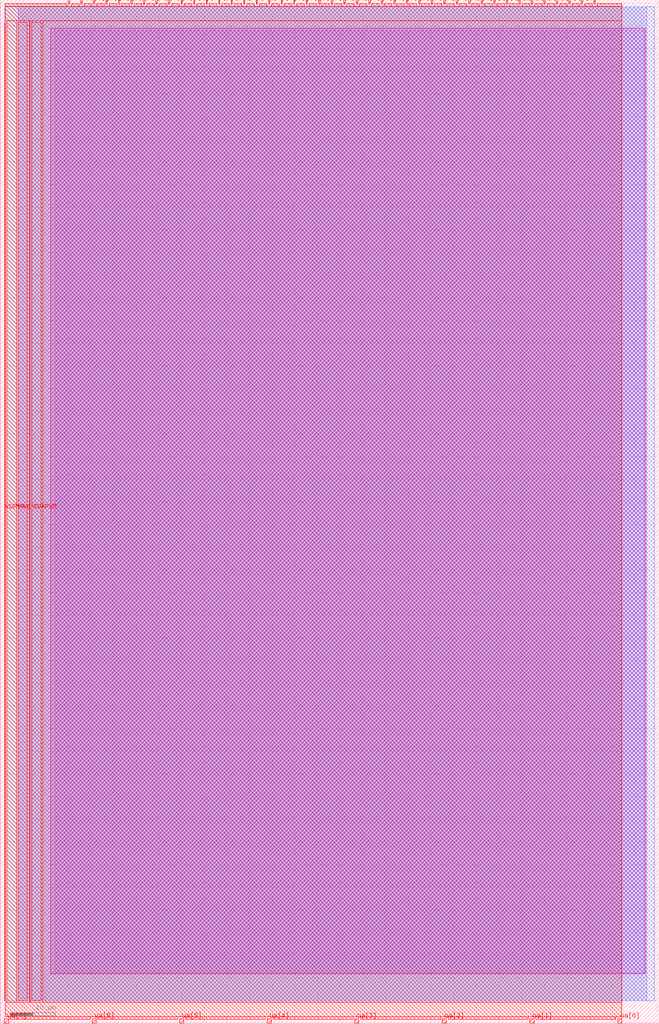
<source format=lef>
VERSION 5.7 ;
  NOWIREEXTENSIONATPIN ON ;
  DIVIDERCHAR "/" ;
  BUSBITCHARS "[]" ;
MACRO tt08
  CLASS BLOCK ;
  FOREIGN tt08 ;
  ORIGIN 0.000 0.000 ;
  SIZE 145.360 BY 225.760 ;
  PIN clk
    DIRECTION INPUT ;
    USE SIGNAL ;
    PORT
      LAYER met4 ;
        RECT 128.190 224.760 128.490 225.760 ;
    END
  END clk
  PIN ena
    DIRECTION INPUT ;
    USE SIGNAL ;
    PORT
      LAYER met4 ;
        RECT 130.950 224.760 131.250 225.760 ;
    END
  END ena
  PIN rst_n
    DIRECTION INPUT ;
    USE SIGNAL ;
    PORT
      LAYER met4 ;
        RECT 125.430 224.760 125.730 225.760 ;
    END
  END rst_n
  PIN ua[0]
    DIRECTION INOUT ;
    USE SIGNAL ;
    ANTENNADIFFAREA 139.199997 ;
    PORT
      LAYER met4 ;
        RECT 136.170 0.000 137.070 1.000 ;
    END
  END ua[0]
  PIN ua[1]
    DIRECTION INOUT ;
    USE SIGNAL ;
    PORT
      LAYER met4 ;
        RECT 116.850 0.000 117.750 1.000 ;
    END
  END ua[1]
  PIN ua[2]
    DIRECTION INOUT ;
    USE SIGNAL ;
    PORT
      LAYER met4 ;
        RECT 97.530 0.000 98.430 1.000 ;
    END
  END ua[2]
  PIN ua[3]
    DIRECTION INOUT ;
    USE SIGNAL ;
    PORT
      LAYER met4 ;
        RECT 78.210 0.000 79.110 1.000 ;
    END
  END ua[3]
  PIN ua[4]
    DIRECTION INOUT ;
    USE SIGNAL ;
    PORT
      LAYER met4 ;
        RECT 58.890 0.000 59.790 1.000 ;
    END
  END ua[4]
  PIN ua[5]
    DIRECTION INOUT ;
    USE SIGNAL ;
    PORT
      LAYER met4 ;
        RECT 39.570 0.000 40.470 1.000 ;
    END
  END ua[5]
  PIN ua[6]
    DIRECTION INOUT ;
    USE SIGNAL ;
    PORT
      LAYER met4 ;
        RECT 20.250 0.000 21.150 1.000 ;
    END
  END ua[6]
  PIN ua[7]
    DIRECTION INOUT ;
    USE SIGNAL ;
    PORT
      LAYER met4 ;
        RECT 0.930 0.000 1.830 1.000 ;
    END
  END ua[7]
  PIN ui_in[0]
    DIRECTION INPUT ;
    USE SIGNAL ;
    ANTENNAGATEAREA 0.373500 ;
    PORT
      LAYER met4 ;
        RECT 122.670 224.760 122.970 225.760 ;
    END
  END ui_in[0]
  PIN ui_in[1]
    DIRECTION INPUT ;
    USE SIGNAL ;
    ANTENNAGATEAREA 0.990000 ;
    PORT
      LAYER met4 ;
        RECT 119.910 224.760 120.210 225.760 ;
    END
  END ui_in[1]
  PIN ui_in[2]
    DIRECTION INPUT ;
    USE SIGNAL ;
    PORT
      LAYER met4 ;
        RECT 117.150 224.760 117.450 225.760 ;
    END
  END ui_in[2]
  PIN ui_in[3]
    DIRECTION INPUT ;
    USE SIGNAL ;
    PORT
      LAYER met4 ;
        RECT 114.390 224.760 114.690 225.760 ;
    END
  END ui_in[3]
  PIN ui_in[4]
    DIRECTION INPUT ;
    USE SIGNAL ;
    PORT
      LAYER met4 ;
        RECT 111.630 224.760 111.930 225.760 ;
    END
  END ui_in[4]
  PIN ui_in[5]
    DIRECTION INPUT ;
    USE SIGNAL ;
    PORT
      LAYER met4 ;
        RECT 108.870 224.760 109.170 225.760 ;
    END
  END ui_in[5]
  PIN ui_in[6]
    DIRECTION INPUT ;
    USE SIGNAL ;
    PORT
      LAYER met4 ;
        RECT 106.110 224.760 106.410 225.760 ;
    END
  END ui_in[6]
  PIN ui_in[7]
    DIRECTION INPUT ;
    USE SIGNAL ;
    PORT
      LAYER met4 ;
        RECT 103.350 224.760 103.650 225.760 ;
    END
  END ui_in[7]
  PIN uio_in[0]
    DIRECTION INPUT ;
    USE SIGNAL ;
    PORT
      LAYER met4 ;
        RECT 100.590 224.760 100.890 225.760 ;
    END
  END uio_in[0]
  PIN uio_in[1]
    DIRECTION INPUT ;
    USE SIGNAL ;
    PORT
      LAYER met4 ;
        RECT 97.830 224.760 98.130 225.760 ;
    END
  END uio_in[1]
  PIN uio_in[2]
    DIRECTION INPUT ;
    USE SIGNAL ;
    PORT
      LAYER met4 ;
        RECT 95.070 224.760 95.370 225.760 ;
    END
  END uio_in[2]
  PIN uio_in[3]
    DIRECTION INPUT ;
    USE SIGNAL ;
    PORT
      LAYER met4 ;
        RECT 92.310 224.760 92.610 225.760 ;
    END
  END uio_in[3]
  PIN uio_in[4]
    DIRECTION INPUT ;
    USE SIGNAL ;
    PORT
      LAYER met4 ;
        RECT 89.550 224.760 89.850 225.760 ;
    END
  END uio_in[4]
  PIN uio_in[5]
    DIRECTION INPUT ;
    USE SIGNAL ;
    PORT
      LAYER met4 ;
        RECT 86.790 224.760 87.090 225.760 ;
    END
  END uio_in[5]
  PIN uio_in[6]
    DIRECTION INPUT ;
    USE SIGNAL ;
    PORT
      LAYER met4 ;
        RECT 84.030 224.760 84.330 225.760 ;
    END
  END uio_in[6]
  PIN uio_in[7]
    DIRECTION INPUT ;
    USE SIGNAL ;
    PORT
      LAYER met4 ;
        RECT 81.270 224.760 81.570 225.760 ;
    END
  END uio_in[7]
  PIN uio_oe[0]
    DIRECTION OUTPUT ;
    USE SIGNAL ;
    ANTENNAGATEAREA 240.560089 ;
    ANTENNADIFFAREA 932.854675 ;
    PORT
      LAYER met4 ;
        RECT 34.350 224.760 34.650 225.760 ;
    END
  END uio_oe[0]
  PIN uio_oe[1]
    DIRECTION OUTPUT ;
    USE SIGNAL ;
    ANTENNAGATEAREA 240.560089 ;
    ANTENNADIFFAREA 932.854675 ;
    PORT
      LAYER met4 ;
        RECT 31.590 224.760 31.890 225.760 ;
    END
  END uio_oe[1]
  PIN uio_oe[2]
    DIRECTION OUTPUT ;
    USE SIGNAL ;
    ANTENNAGATEAREA 240.560089 ;
    ANTENNADIFFAREA 932.854675 ;
    PORT
      LAYER met4 ;
        RECT 28.830 224.760 29.130 225.760 ;
    END
  END uio_oe[2]
  PIN uio_oe[3]
    DIRECTION OUTPUT ;
    USE SIGNAL ;
    ANTENNAGATEAREA 240.560089 ;
    ANTENNADIFFAREA 932.854675 ;
    PORT
      LAYER met4 ;
        RECT 26.070 224.760 26.370 225.760 ;
    END
  END uio_oe[3]
  PIN uio_oe[4]
    DIRECTION OUTPUT ;
    USE SIGNAL ;
    ANTENNAGATEAREA 240.560089 ;
    ANTENNADIFFAREA 932.854675 ;
    PORT
      LAYER met4 ;
        RECT 23.310 224.760 23.610 225.760 ;
    END
  END uio_oe[4]
  PIN uio_oe[5]
    DIRECTION OUTPUT ;
    USE SIGNAL ;
    ANTENNAGATEAREA 240.560089 ;
    ANTENNADIFFAREA 932.854675 ;
    PORT
      LAYER met4 ;
        RECT 20.550 224.760 20.850 225.760 ;
    END
  END uio_oe[5]
  PIN uio_oe[6]
    DIRECTION OUTPUT ;
    USE SIGNAL ;
    ANTENNAGATEAREA 240.560089 ;
    ANTENNADIFFAREA 932.854675 ;
    PORT
      LAYER met4 ;
        RECT 17.790 224.760 18.090 225.760 ;
    END
  END uio_oe[6]
  PIN uio_oe[7]
    DIRECTION OUTPUT ;
    USE SIGNAL ;
    ANTENNAGATEAREA 240.560089 ;
    ANTENNADIFFAREA 932.854675 ;
    PORT
      LAYER met4 ;
        RECT 15.030 224.760 15.330 225.760 ;
    END
  END uio_oe[7]
  PIN uio_out[0]
    DIRECTION OUTPUT ;
    USE SIGNAL ;
    ANTENNAGATEAREA 240.560089 ;
    ANTENNADIFFAREA 932.854675 ;
    PORT
      LAYER met4 ;
        RECT 56.430 224.760 56.730 225.760 ;
    END
  END uio_out[0]
  PIN uio_out[1]
    DIRECTION OUTPUT ;
    USE SIGNAL ;
    ANTENNAGATEAREA 240.560089 ;
    ANTENNADIFFAREA 932.854675 ;
    PORT
      LAYER met4 ;
        RECT 53.670 224.760 53.970 225.760 ;
    END
  END uio_out[1]
  PIN uio_out[2]
    DIRECTION OUTPUT ;
    USE SIGNAL ;
    ANTENNAGATEAREA 240.560089 ;
    ANTENNADIFFAREA 932.854675 ;
    PORT
      LAYER met4 ;
        RECT 50.910 224.760 51.210 225.760 ;
    END
  END uio_out[2]
  PIN uio_out[3]
    DIRECTION OUTPUT ;
    USE SIGNAL ;
    ANTENNAGATEAREA 240.560089 ;
    ANTENNADIFFAREA 932.854675 ;
    PORT
      LAYER met4 ;
        RECT 48.150 224.760 48.450 225.760 ;
    END
  END uio_out[3]
  PIN uio_out[4]
    DIRECTION OUTPUT ;
    USE SIGNAL ;
    ANTENNAGATEAREA 240.560089 ;
    ANTENNADIFFAREA 932.854675 ;
    PORT
      LAYER met4 ;
        RECT 45.390 224.760 45.690 225.760 ;
    END
  END uio_out[4]
  PIN uio_out[5]
    DIRECTION OUTPUT ;
    USE SIGNAL ;
    ANTENNAGATEAREA 240.560089 ;
    ANTENNADIFFAREA 932.854675 ;
    PORT
      LAYER met4 ;
        RECT 42.630 224.760 42.930 225.760 ;
    END
  END uio_out[5]
  PIN uio_out[6]
    DIRECTION OUTPUT ;
    USE SIGNAL ;
    ANTENNAGATEAREA 240.560089 ;
    ANTENNADIFFAREA 932.854675 ;
    PORT
      LAYER met4 ;
        RECT 39.870 224.760 40.170 225.760 ;
    END
  END uio_out[6]
  PIN uio_out[7]
    DIRECTION OUTPUT ;
    USE SIGNAL ;
    ANTENNAGATEAREA 240.560089 ;
    ANTENNADIFFAREA 932.854675 ;
    PORT
      LAYER met4 ;
        RECT 37.110 224.760 37.410 225.760 ;
    END
  END uio_out[7]
  PIN uo_out[0]
    DIRECTION OUTPUT ;
    USE SIGNAL ;
    ANTENNAGATEAREA 0.477000 ;
    ANTENNADIFFAREA 0.891000 ;
    PORT
      LAYER met4 ;
        RECT 78.510 224.760 78.810 225.760 ;
    END
  END uo_out[0]
  PIN uo_out[1]
    DIRECTION OUTPUT ;
    USE SIGNAL ;
    ANTENNAGATEAREA 240.560089 ;
    ANTENNADIFFAREA 932.854675 ;
    PORT
      LAYER met4 ;
        RECT 75.750 224.760 76.050 225.760 ;
    END
  END uo_out[1]
  PIN uo_out[2]
    DIRECTION OUTPUT ;
    USE SIGNAL ;
    ANTENNAGATEAREA 240.560089 ;
    ANTENNADIFFAREA 932.854675 ;
    PORT
      LAYER met4 ;
        RECT 72.990 224.760 73.290 225.760 ;
    END
  END uo_out[2]
  PIN uo_out[3]
    DIRECTION OUTPUT ;
    USE SIGNAL ;
    ANTENNAGATEAREA 240.560089 ;
    ANTENNADIFFAREA 932.854675 ;
    PORT
      LAYER met4 ;
        RECT 70.230 224.760 70.530 225.760 ;
    END
  END uo_out[3]
  PIN uo_out[4]
    DIRECTION OUTPUT ;
    USE SIGNAL ;
    ANTENNAGATEAREA 240.560089 ;
    ANTENNADIFFAREA 932.854675 ;
    PORT
      LAYER met4 ;
        RECT 67.470 224.760 67.770 225.760 ;
    END
  END uo_out[4]
  PIN uo_out[5]
    DIRECTION OUTPUT ;
    USE SIGNAL ;
    ANTENNAGATEAREA 240.560089 ;
    ANTENNADIFFAREA 932.854675 ;
    PORT
      LAYER met4 ;
        RECT 64.710 224.760 65.010 225.760 ;
    END
  END uo_out[5]
  PIN uo_out[6]
    DIRECTION OUTPUT ;
    USE SIGNAL ;
    ANTENNAGATEAREA 240.560089 ;
    ANTENNADIFFAREA 932.854675 ;
    PORT
      LAYER met4 ;
        RECT 61.950 224.760 62.250 225.760 ;
    END
  END uo_out[6]
  PIN uo_out[7]
    DIRECTION OUTPUT ;
    USE SIGNAL ;
    ANTENNAGATEAREA 240.560089 ;
    ANTENNADIFFAREA 932.854675 ;
    PORT
      LAYER met4 ;
        RECT 59.190 224.760 59.490 225.760 ;
    END
  END uo_out[7]
  PIN VDPWR
    DIRECTION INOUT ;
    USE POWER ;
    PORT
      LAYER met4 ;
        RECT 1.000 5.000 1.070 220.760 ;
    END
  END VDPWR
  PIN VGND
    DIRECTION INOUT ;
    USE GROUND ;
    PORT
      LAYER met4 ;
        RECT 4.000 5.000 6.000 220.760 ;
    END
  END VGND
  PIN VAPWR
    DIRECTION INOUT ;
    USE POWER ;
    PORT
      LAYER met4 ;
        RECT 7.000 5.000 9.000 220.760 ;
    END
  END VAPWR
  OBS
      LAYER nwell ;
        RECT 11.175 10.970 142.275 219.470 ;
      LAYER li1 ;
        RECT 12.060 11.150 142.095 219.080 ;
      LAYER met1 ;
        RECT 4.000 5.000 142.580 224.180 ;
      LAYER met2 ;
        RECT 4.000 5.000 144.295 224.180 ;
      LAYER met3 ;
        RECT 1.010 5.000 142.620 224.175 ;
      LAYER met4 ;
        RECT 1.070 224.360 14.630 224.870 ;
        RECT 15.730 224.360 17.390 224.870 ;
        RECT 18.490 224.360 20.150 224.870 ;
        RECT 21.250 224.360 22.910 224.870 ;
        RECT 24.010 224.360 25.670 224.870 ;
        RECT 26.770 224.360 28.430 224.870 ;
        RECT 29.530 224.360 31.190 224.870 ;
        RECT 32.290 224.360 33.950 224.870 ;
        RECT 35.050 224.360 36.710 224.870 ;
        RECT 37.810 224.360 39.470 224.870 ;
        RECT 40.570 224.360 42.230 224.870 ;
        RECT 43.330 224.360 44.990 224.870 ;
        RECT 46.090 224.360 47.750 224.870 ;
        RECT 48.850 224.360 50.510 224.870 ;
        RECT 51.610 224.360 53.270 224.870 ;
        RECT 54.370 224.360 56.030 224.870 ;
        RECT 57.130 224.360 58.790 224.870 ;
        RECT 59.890 224.360 61.550 224.870 ;
        RECT 62.650 224.360 64.310 224.870 ;
        RECT 65.410 224.360 67.070 224.870 ;
        RECT 68.170 224.360 69.830 224.870 ;
        RECT 70.930 224.360 72.590 224.870 ;
        RECT 73.690 224.360 75.350 224.870 ;
        RECT 76.450 224.360 78.110 224.870 ;
        RECT 79.210 224.360 80.870 224.870 ;
        RECT 81.970 224.360 83.630 224.870 ;
        RECT 84.730 224.360 86.390 224.870 ;
        RECT 87.490 224.360 89.150 224.870 ;
        RECT 90.250 224.360 91.910 224.870 ;
        RECT 93.010 224.360 94.670 224.870 ;
        RECT 95.770 224.360 97.430 224.870 ;
        RECT 98.530 224.360 100.190 224.870 ;
        RECT 101.290 224.360 102.950 224.870 ;
        RECT 104.050 224.360 105.710 224.870 ;
        RECT 106.810 224.360 108.470 224.870 ;
        RECT 109.570 224.360 111.230 224.870 ;
        RECT 112.330 224.360 113.990 224.870 ;
        RECT 115.090 224.360 116.750 224.870 ;
        RECT 117.850 224.360 119.510 224.870 ;
        RECT 120.610 224.360 122.270 224.870 ;
        RECT 123.370 224.360 125.030 224.870 ;
        RECT 126.130 224.360 127.790 224.870 ;
        RECT 128.890 224.360 130.550 224.870 ;
        RECT 131.650 224.360 137.070 224.870 ;
        RECT 1.070 221.160 137.070 224.360 ;
        RECT 1.470 4.600 3.600 221.160 ;
        RECT 6.400 4.600 6.600 221.160 ;
        RECT 9.400 4.600 137.070 221.160 ;
        RECT 1.070 1.400 137.070 4.600 ;
        RECT 2.230 0.850 19.850 1.400 ;
        RECT 21.550 0.850 39.170 1.400 ;
        RECT 40.870 0.850 58.490 1.400 ;
        RECT 60.190 0.850 77.810 1.400 ;
        RECT 79.510 0.850 97.130 1.400 ;
        RECT 98.830 0.850 116.450 1.400 ;
        RECT 118.150 0.850 135.770 1.400 ;
  END
END tt08
END LIBRARY


</source>
